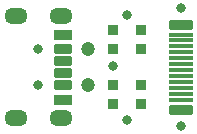
<source format=gbr>
%TF.GenerationSoftware,KiCad,Pcbnew,7.0.10*%
%TF.CreationDate,2024-06-03T15:36:03+09:00*%
%TF.ProjectId,JUICEJACK-DEFENDER,4a554943-454a-4414-934b-2d444546454e,rev?*%
%TF.SameCoordinates,PX6422c40PY592b260*%
%TF.FileFunction,Soldermask,Top*%
%TF.FilePolarity,Negative*%
%FSLAX46Y46*%
G04 Gerber Fmt 4.6, Leading zero omitted, Abs format (unit mm)*
G04 Created by KiCad (PCBNEW 7.0.10) date 2024-06-03 15:36:03*
%MOMM*%
%LPD*%
G01*
G04 APERTURE LIST*
G04 Aperture macros list*
%AMRoundRect*
0 Rectangle with rounded corners*
0 $1 Rounding radius*
0 $2 $3 $4 $5 $6 $7 $8 $9 X,Y pos of 4 corners*
0 Add a 4 corners polygon primitive as box body*
4,1,4,$2,$3,$4,$5,$6,$7,$8,$9,$2,$3,0*
0 Add four circle primitives for the rounded corners*
1,1,$1+$1,$2,$3*
1,1,$1+$1,$4,$5*
1,1,$1+$1,$6,$7*
1,1,$1+$1,$8,$9*
0 Add four rect primitives between the rounded corners*
20,1,$1+$1,$2,$3,$4,$5,0*
20,1,$1+$1,$4,$5,$6,$7,0*
20,1,$1+$1,$6,$7,$8,$9,0*
20,1,$1+$1,$8,$9,$2,$3,0*%
G04 Aperture macros list end*
%ADD10RoundRect,0.050000X-0.700000X0.350000X-0.700000X-0.350000X0.700000X-0.350000X0.700000X0.350000X0*%
%ADD11RoundRect,0.050000X-0.700000X0.380000X-0.700000X-0.380000X0.700000X-0.380000X0.700000X0.380000X0*%
%ADD12RoundRect,0.050000X-0.700000X0.400000X-0.700000X-0.400000X0.700000X-0.400000X0.700000X0.400000X0*%
%ADD13O,1.954000X1.354000*%
%ADD14RoundRect,0.050000X-0.400000X0.400000X-0.400000X-0.400000X0.400000X-0.400000X0.400000X0.400000X0*%
%ADD15RoundRect,0.050000X0.950000X-0.150000X0.950000X0.150000X-0.950000X0.150000X-0.950000X-0.150000X0*%
%ADD16RoundRect,0.050000X0.950000X-0.350000X0.950000X0.350000X-0.950000X0.350000X-0.950000X-0.350000X0*%
%ADD17RoundRect,0.050000X0.400000X-0.400000X0.400000X0.400000X-0.400000X0.400000X-0.400000X-0.400000X0*%
%ADD18C,0.800000*%
%ADD19C,1.200000*%
G04 APERTURE END LIST*
D10*
%TO.C,CN2*%
X6600000Y6500000D03*
D11*
X6600000Y4480000D03*
D12*
X6600000Y3250000D03*
D10*
X6600000Y5500000D03*
D11*
X6600000Y7520000D03*
D12*
X6600000Y8750000D03*
D13*
X6450000Y10320000D03*
X6450000Y1680000D03*
X2650000Y10320000D03*
X2650000Y1680000D03*
%TD*%
D14*
%TO.C,R2*%
X13200000Y4500000D03*
X13200000Y2900000D03*
%TD*%
D15*
%TO.C,CN1*%
X16600000Y8750000D03*
X16600000Y8250000D03*
X16600000Y7750000D03*
X16600000Y7250000D03*
X16600000Y6750000D03*
X16600000Y6250000D03*
X16600000Y5750000D03*
X16600000Y5250000D03*
X16600000Y4750000D03*
X16600000Y4250000D03*
X16600000Y3750000D03*
X16600000Y3250000D03*
D16*
X16600000Y2400000D03*
X16600000Y9600000D03*
%TD*%
D17*
%TO.C,R3*%
X10800000Y7500000D03*
X10800000Y9100000D03*
%TD*%
D14*
%TO.C,R4*%
X10800000Y4500000D03*
X10800000Y2900000D03*
%TD*%
D17*
%TO.C,R1*%
X13200000Y7500000D03*
X13200000Y9100000D03*
%TD*%
D18*
X4500000Y4500000D03*
X4500000Y7500000D03*
X12000000Y1500000D03*
X12050000Y10400000D03*
X16600000Y11000000D03*
X16600000Y1000000D03*
D19*
X8750000Y7520000D03*
X8750000Y4450000D03*
D18*
X10800000Y6050000D03*
M02*

</source>
